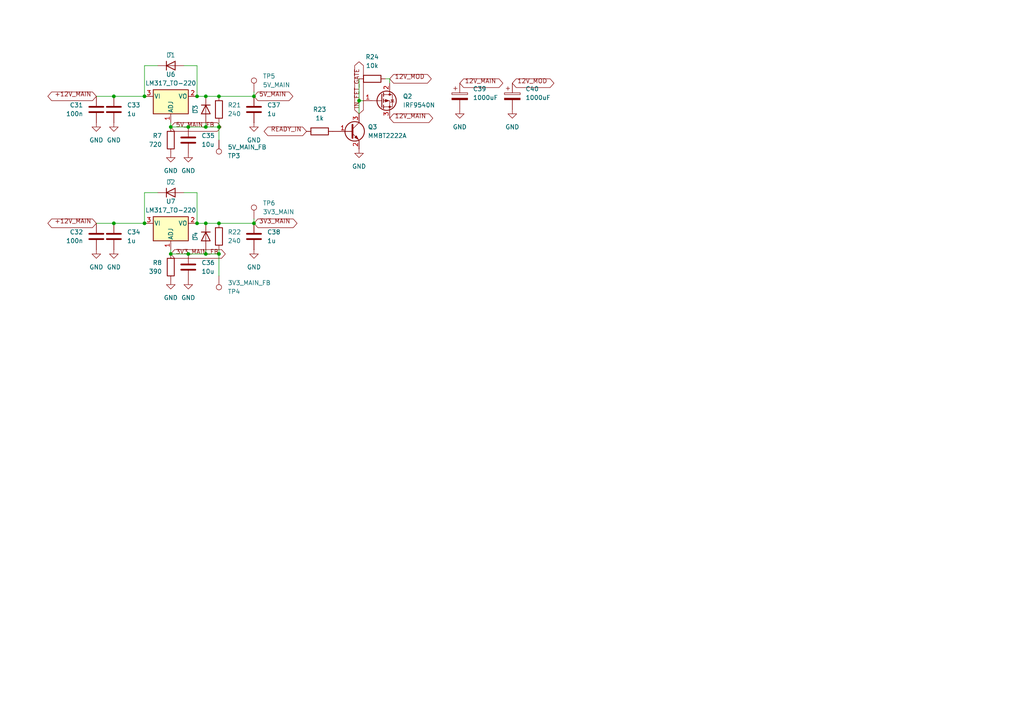
<source format=kicad_sch>
(kicad_sch (version 20231120) (generator "eeschema") (generator_version "8.0")
  (paper "A4")
  (lib_symbols
    (symbol "Connector:TestPoint" (pin_numbers hide) (pin_names (offset 0.762) hide)
      (property "Reference" "TP" (at 0 6.858 0))
      (property "Value" "TestPoint" (at 0 5.08 0))
      (symbol "TestPoint_0_1"
        (circle (center 0 3.302) (radius 0.762))
      )
      (symbol "TestPoint_1_1"
        (pin passive line (at 0 0 90) (length 2.54) (name "1") (number "1"))
      )
    )
    (symbol "Device:C" (pin_numbers hide) (pin_names (offset 0.254))
      (property "Reference" "C" (at 0.635 2.54 0))
      (property "Value" "C" (at 0.635 -2.54 0))
      (symbol "C_0_1"
        (polyline (pts (xy -2.032 -0.762) (xy 2.032 -0.762)) (stroke (width 0.508)))
        (polyline (pts (xy -2.032 0.762) (xy 2.032 0.762)) (stroke (width 0.508)))
      )
      (symbol "C_1_1"
        (pin passive line (at 0 3.81 270) (length 2.794) (name "~") (number "1"))
        (pin passive line (at 0 -3.81 90) (length 2.794) (name "~") (number "2"))
      )
    )
    (symbol "Device:C_Polarized" (pin_numbers hide) (pin_names (offset 0.254))
      (property "Reference" "C" (at 0.635 2.54 0))
      (property "Value" "C_Polarized" (at 0.635 -2.54 0))
      (symbol "C_Polarized_0_1"
        (rectangle (start -2.286 0.508) (end 2.286 1.016))
        (polyline (pts (xy -1.778 2.286) (xy -0.762 2.286)))
        (polyline (pts (xy -1.27 2.794) (xy -1.27 1.778)))
        (rectangle (start 2.286 -0.508) (end -2.286 -1.016) (fill (type outline)))
      )
      (symbol "C_Polarized_1_1"
        (pin passive line (at 0 3.81 270) (length 2.794) (name "~") (number "1"))
        (pin passive line (at 0 -3.81 90) (length 2.794) (name "~") (number "2"))
      )
    )
    (symbol "Device:D" (pin_numbers hide) (pin_names (offset 1.016) hide)
      (property "Reference" "D" (at 0 2.54 0))
      (property "Value" "D" (at 0 -2.54 0))
      (symbol "D_0_1"
        (polyline (pts (xy -1.27 1.27) (xy -1.27 -1.27)) (stroke (width 0.254)))
        (polyline (pts (xy 1.27 0) (xy -1.27 0)))
        (polyline (pts (xy 1.27 1.27) (xy 1.27 -1.27) (xy -1.27 0) (xy 1.27 1.27)) (stroke (width 0.254)))
      )
      (symbol "D_1_1"
        (pin passive line (at -3.81 0 0) (length 2.54) (name "K") (number "1"))
        (pin passive line (at 3.81 0 180) (length 2.54) (name "A") (number "2"))
      )
    )
    (symbol "Device:R" (pin_numbers hide) (pin_names (offset 0))
      (property "Reference" "R" (at 2.032 0 90))
      (property "Value" "R" (at 0 0 90))
      (symbol "R_0_1"
        (rectangle (start -1.016 -2.54) (end 1.016 2.54) (stroke (width 0.254)))
      )
      (symbol "R_1_1"
        (pin passive line (at 0 3.81 270) (length 1.27) (name "~") (number "1"))
        (pin passive line (at 0 -3.81 90) (length 1.27) (name "~") (number "2"))
      )
    )
    (symbol "Regulator_Linear:LM317_TO-220" (pin_names (offset 0.254))
      (property "Reference" "U" (at -3.81 3.175 0))
      (property "Value" "LM317_TO-220" (at 0 3.175 0))
      (symbol "LM317_TO-220_0_1"
        (rectangle (start -5.08 1.905) (end 5.08 -5.08) (stroke (width 0.254)) (fill (type background)))
      )
      (symbol "LM317_TO-220_1_1"
        (pin input line (at 0 -7.62 90) (length 2.54) (name "ADJ") (number "1"))
        (pin power_out line (at 7.62 0 180) (length 2.54) (name "VO") (number "2"))
        (pin power_in line (at -7.62 0 0) (length 2.54) (name "VI") (number "3"))
      )
    )
    (symbol "Transistor_BJT:MMBT2222A" (pin_names (offset 0) hide)
      (property "Reference" "Q" (at 5.08 1.905 0))
      (property "Value" "MMBT2222A" (at 5.08 0 0))
      (symbol "MMBT2222A_0_1"
        (polyline (pts (xy 0.635 0.635) (xy 2.54 2.54)))
        (polyline (pts (xy 0.635 -0.635) (xy 2.54 -2.54) (xy 2.54 -2.54)))
        (polyline (pts (xy 0.635 1.905) (xy 0.635 -1.905) (xy 0.635 -1.905)) (stroke (width 0.508)))
        (polyline (pts (xy 1.27 -1.778) (xy 1.778 -1.27) (xy 2.286 -2.286) (xy 1.27 -1.778) (xy 1.27 -1.778)) (fill (type outline)))
        (circle (center 1.27 0) (radius 2.8194) (stroke (width 0.254)))
      )
      (symbol "MMBT2222A_1_1"
        (pin input line (at -5.08 0 0) (length 5.715) (name "B") (number "1"))
        (pin passive line (at 2.54 -5.08 90) (length 2.54) (name "E") (number "2"))
        (pin passive line (at 2.54 5.08 270) (length 2.54) (name "C") (number "3"))
      )
    )
    (symbol "Transistor_FET:IRF9540N" (pin_names hide)
      (property "Reference" "Q" (at 5.08 1.905 0))
      (property "Value" "IRF9540N" (at 5.08 0 0))
      (symbol "IRF9540N_0_1"
        (polyline (pts (xy 0.254 0) (xy -2.54 0)))
        (polyline (pts (xy 0.254 1.905) (xy 0.254 -1.905)) (stroke (width 0.254)))
        (polyline (pts (xy 0.762 -1.27) (xy 0.762 -2.286)) (stroke (width 0.254)))
        (polyline (pts (xy 0.762 0.508) (xy 0.762 -0.508)) (stroke (width 0.254)))
        (polyline (pts (xy 0.762 2.286) (xy 0.762 1.27)) (stroke (width 0.254)))
        (polyline (pts (xy 2.54 2.54) (xy 2.54 1.778)))
        (polyline (pts (xy 2.54 -2.54) (xy 2.54 0) (xy 0.762 0)))
        (polyline (pts (xy 0.762 1.778) (xy 3.302 1.778) (xy 3.302 -1.778) (xy 0.762 -1.778)))
        (polyline (pts (xy 2.286 0) (xy 1.27 0.381) (xy 1.27 -0.381) (xy 2.286 0)) (fill (type outline)))
        (polyline (pts (xy 2.794 -0.508) (xy 2.921 -0.381) (xy 3.683 -0.381) (xy 3.81 -0.254)))
        (polyline (pts (xy 3.302 -0.381) (xy 2.921 0.254) (xy 3.683 0.254) (xy 3.302 -0.381)))
        (circle (center 1.651 0) (radius 2.794) (stroke (width 0.254)))
        (circle (center 2.54 -1.778) (radius 0.254) (fill (type outline)))
        (circle (center 2.54 1.778) (radius 0.254) (fill (type outline)))
      )
      (symbol "IRF9540N_1_1"
        (pin input line (at -5.08 0 0) (length 2.54) (name "G") (number "1"))
        (pin passive line (at 2.54 5.08 270) (length 2.54) (name "D") (number "2"))
        (pin passive line (at 2.54 -5.08 90) (length 2.54) (name "S") (number "3"))
      )
    )
    (symbol "power:GND" (power) (pin_numbers hide) (pin_names (offset 0) hide)
      (property "Value" "GND" (at 0 -3.81 0))
      (symbol "GND_0_1"
        (polyline (pts (xy 0 0) (xy 0 -1.27) (xy 1.27 -1.27) (xy 0 -2.54) (xy -1.27 -1.27) (xy 0 -1.27)))
      )
      (symbol "GND_1_1"
        (pin power_in line (at 0 0 270) (length 0) (name "~") (number "1"))
      )
    )
  )
  (junction (at 57.15 27.94))
  (junction (at 63.5 64.77))
  (junction (at 54.61 73.66))
  (junction (at 104.14 29.21))
  (junction (at 57.15 64.77))
  (junction (at 63.5 36.83))
  (junction (at 59.69 73.66))
  (junction (at 59.69 36.83))
  (junction (at 41.91 27.94))
  (junction (at 73.66 27.94))
  (junction (at 49.53 73.66))
  (junction (at 63.5 27.94))
  (junction (at 73.66 64.77))
  (junction (at 33.02 27.94))
  (junction (at 59.69 27.94))
  (junction (at 59.69 64.77))
  (junction (at 41.91 64.77))
  (junction (at 33.02 64.77))
  (junction (at 54.61 36.83))
  (junction (at 63.5 73.66))
  (junction (at 49.53 36.83))
  (wire (pts (xy 49.53 35.56) (xy 49.53 36.83)))
  (wire (pts (xy 41.91 55.88) (xy 41.91 64.77)))
  (wire (pts (xy 59.69 27.94) (xy 63.5 27.94)))
  (wire (pts (xy 63.5 27.94) (xy 73.66 27.94)))
  (wire (pts (xy 63.5 40.64) (xy 63.5 36.83)))
  (wire (pts (xy 63.5 80.01) (xy 63.5 73.66)))
  (wire (pts (xy 57.15 27.94) (xy 59.69 27.94)))
  (wire (pts (xy 63.5 72.39) (xy 63.5 73.66)))
  (wire (pts (xy 63.5 35.56) (xy 63.5 36.83)))
  (wire (pts (xy 45.72 19.05) (xy 41.91 19.05)))
  (wire (pts (xy 59.69 73.66) (xy 63.5 73.66)))
  (wire (pts (xy 59.69 35.56) (xy 59.69 36.83)))
  (wire (pts (xy 73.66 63.5) (xy 73.66 64.77)))
  (wire (pts (xy 104.14 22.86) (xy 104.14 29.21)))
  (wire (pts (xy 57.15 55.88) (xy 57.15 64.77)))
  (wire (pts (xy 27.94 64.77) (xy 33.02 64.77)))
  (wire (pts (xy 33.02 27.94) (xy 41.91 27.94)))
  (wire (pts (xy 57.15 64.77) (xy 59.69 64.77)))
  (wire (pts (xy 57.15 19.05) (xy 57.15 27.94)))
  (wire (pts (xy 59.69 36.83) (xy 63.5 36.83)))
  (wire (pts (xy 41.91 19.05) (xy 41.91 27.94)))
  (wire (pts (xy 27.94 27.94) (xy 33.02 27.94)))
  (wire (pts (xy 53.34 19.05) (xy 57.15 19.05)))
  (wire (pts (xy 73.66 64.77) (xy 63.5 64.77)))
  (wire (pts (xy 73.66 26.67) (xy 73.66 27.94)))
  (wire (pts (xy 49.53 72.39) (xy 49.53 73.66)))
  (wire (pts (xy 113.03 22.86) (xy 113.03 24.13)))
  (wire (pts (xy 59.69 64.77) (xy 63.5 64.77)))
  (wire (pts (xy 33.02 64.77) (xy 41.91 64.77)))
  (wire (pts (xy 45.72 55.88) (xy 41.91 55.88)))
  (wire (pts (xy 59.69 36.83) (xy 54.61 36.83)))
  (wire (pts (xy 105.41 29.21) (xy 104.14 29.21)))
  (wire (pts (xy 49.53 73.66) (xy 54.61 73.66)))
  (wire (pts (xy 53.34 55.88) (xy 57.15 55.88)))
  (wire (pts (xy 59.69 72.39) (xy 59.69 73.66)))
  (wire (pts (xy 49.53 36.83) (xy 54.61 36.83)))
  (wire (pts (xy 59.69 73.66) (xy 54.61 73.66)))
  (wire (pts (xy 111.76 22.86) (xy 113.03 22.86)))
  (wire (pts (xy 104.14 29.21) (xy 104.14 33.02)))
  (global_label "READY_IN" (shape bidirectional) (at 88.9 38.1 180) (property "Intersheetrefs" "${INTERSHEET_REFS}" (effects (hide yes))))
  (global_label "+12V_MAIN" (shape bidirectional) (at 27.94 27.94 180) (property "Intersheetrefs" "${INTERSHEET_REFS}" (effects (hide yes))))
  (global_label "5V_MAIN_FB" (shape bidirectional) (at 49.53 36.83 0) (property "Intersheetrefs" "${INTERSHEET_REFS}" (effects (hide yes))))
  (global_label "3V3_MAIN_FB" (shape bidirectional) (at 49.53 73.66 0) (property "Intersheetrefs" "${INTERSHEET_REFS}" (effects (hide yes))))
  (global_label "IN_FET_GATE" (shape bidirectional) (at 104.14 33.02 90) (property "Intersheetrefs" "${INTERSHEET_REFS}" (effects (hide yes))))
  (global_label "12V_MAIN" (shape bidirectional) (at 113.03 34.29 0) (property "Intersheetrefs" "${INTERSHEET_REFS}" (effects (hide yes))))
  (global_label "+12V_MAIN" (shape bidirectional) (at 27.94 64.77 180) (property "Intersheetrefs" "${INTERSHEET_REFS}" (effects (hide yes))))
  (global_label "5V_MAIN" (shape bidirectional) (at 73.66 27.94 0) (property "Intersheetrefs" "${INTERSHEET_REFS}" (effects (hide yes))))
  (global_label "12V_MAIN" (shape bidirectional) (at 133.35 24.13 0) (property "Intersheetrefs" "${INTERSHEET_REFS}" (effects (hide yes))))
  (global_label "12V_MOD" (shape bidirectional) (at 113.03 22.86 0) (property "Intersheetrefs" "${INTERSHEET_REFS}" (effects (hide yes))))
  (global_label "3V3_MAIN" (shape bidirectional) (at 73.66 64.77 0) (property "Intersheetrefs" "${INTERSHEET_REFS}" (effects (hide yes))))
  (global_label "12V_MOD" (shape bidirectional) (at 148.59 24.13 0) (property "Intersheetrefs" "${INTERSHEET_REFS}" (effects (hide yes))))
  (symbol (lib_id "Device:R") (at 63.5 31.75 0) (unit 1)
    (property "Reference" "R21" (at 66.04 30.4799 0) (effects (justify left)))
    (property "Value" "240" (at 66.04 33.0199 0) (effects (justify left)))
    (property "Footprint" "Resistor_SMD:R_0201_0603Metric" (effects (hide yes)))
    (property "Description" "Resistor" (effects (hide yes)))
  )
  (symbol (lib_id "Regulator_Linear:LM317_TO-220") (at 49.53 27.94 0) (unit 1)
    (property "Reference" "U6" (at 49.53 21.59 0))
    (property "Value" "LM317_TO-220" (at 49.53 24.13 0))
    (property "Footprint" "Package_TO_SOT_THT:TO-220-3_Vertical" (effects (hide yes)))
    (property "Datasheet" "http://www.ti.com/lit/ds/symlink/lm317.pdf" (effects (hide yes)))
    (property "Description" "1.5A 35V Adjustable Linear Regulator, TO-220" (effects (hide yes)))
  )
  (symbol (lib_id "Connector:TestPoint") (at 63.5 40.64 0) (mirror x) (unit 1)
    (property "Reference" "TP3" (at 66.04 45.2121 0) (effects (justify left)))
    (property "Value" "5V_MAIN_FB" (at 66.04 42.6721 0) (effects (justify left)))
    (property "Footprint" "TestPoint:TestPoint_Pad_D3.0mm" (effects (hide yes)))
    (property "Description" "test point" (effects (hide yes)))
  )
  (symbol (lib_id "Device:D") (at 59.69 68.58 90) (mirror x) (unit 1)
    (property "Reference" "D4" (at 56.642 68.58 0))
    (property "Value" "~" (at 55.88 68.58 0))
    (property "Footprint" "Diode_SMD:D_SOD-123" (effects (hide yes)))
    (property "Description" "Diode" (effects (hide yes)))
    (property "Sim.Device" "D" (effects (hide yes)))
    (property "Sim.Pins" "1=K 2=A" (effects (hide yes)))
  )
  (symbol (lib_id "Connector:TestPoint") (at 73.66 63.5 0) (unit 1)
    (property "Reference" "TP6" (at 76.2 58.9279 0) (effects (justify left)))
    (property "Value" "3V3_MAIN" (at 76.2 61.4679 0) (effects (justify left)))
    (property "Footprint" "TestPoint:TestPoint_Pad_D3.0mm" (effects (hide yes)))
    (property "Description" "test point" (effects (hide yes)))
  )
  (symbol (lib_id "power:GND") (at 73.66 72.39 0) (unit 1)
    (property "Reference" "#PWR052" (effects (hide yes)))
    (property "Value" "GND" (at 73.66 77.47 0))
    (property "Description" "Power symbol creates a global global_label with name \"GND\" , ground" (effects (hide yes)))
  )
  (symbol (lib_id "Device:R") (at 107.95 22.86 90) (unit 1)
    (property "Reference" "R24" (at 107.95 16.51 90))
    (property "Value" "10k" (at 107.95 19.05 90))
    (property "Description" "Resistor" (effects (hide yes)))
  )
  (symbol (lib_id "power:GND") (at 27.94 72.39 0) (unit 1)
    (property "Reference" "#PWR044" (effects (hide yes)))
    (property "Value" "GND" (at 27.94 77.47 0))
    (property "Description" "Power symbol creates a global global_label with name \"GND\" , ground" (effects (hide yes)))
  )
  (symbol (lib_id "Device:C") (at 73.66 31.75 0) (unit 1)
    (property "Reference" "C37" (at 77.47 30.4799 0) (effects (justify left)))
    (property "Value" "1u" (at 77.47 33.0199 0) (effects (justify left)))
    (property "Footprint" "Capacitor_SMD:C_0603_1608Metric" (effects (hide yes)))
    (property "Description" "Unpolarized capacitor" (effects (hide yes)))
  )
  (symbol (lib_id "power:GND") (at 33.02 35.56 0) (unit 1)
    (property "Reference" "#PWR045" (effects (hide yes)))
    (property "Value" "GND" (at 33.02 40.64 0))
    (property "Description" "Power symbol creates a global global_label with name \"GND\" , ground" (effects (hide yes)))
  )
  (symbol (lib_id "power:GND") (at 49.53 81.28 0) (unit 1)
    (property "Reference" "#PWR048" (effects (hide yes)))
    (property "Value" "GND" (at 49.53 86.36 0))
    (property "Description" "Power symbol creates a global global_label with name \"GND\" , ground" (effects (hide yes)))
  )
  (symbol (lib_id "power:GND") (at 27.94 35.56 0) (unit 1)
    (property "Reference" "#PWR037" (effects (hide yes)))
    (property "Value" "GND" (at 27.94 40.64 0))
    (property "Description" "Power symbol creates a global global_label with name \"GND\" , ground" (effects (hide yes)))
  )
  (symbol (lib_id "Device:C_Polarized") (at 148.59 27.94 0) (unit 1)
    (property "Reference" "C40" (at 152.4 25.7809 0) (effects (justify left)))
    (property "Value" "1000uF" (at 152.4 28.3209 0) (effects (justify left)))
    (property "Footprint" "Capacitor_SMD:CP_Elec_10x10" (effects (hide yes)))
    (property "Description" "Polarized capacitor" (effects (hide yes)))
  )
  (symbol (lib_id "power:GND") (at 49.53 44.45 0) (unit 1)
    (property "Reference" "#PWR047" (effects (hide yes)))
    (property "Value" "GND" (at 49.53 49.53 0))
    (property "Description" "Power symbol creates a global global_label with name \"GND\" , ground" (effects (hide yes)))
  )
  (symbol (lib_id "power:GND") (at 133.35 31.75 0) (unit 1)
    (property "Reference" "#PWR054" (effects (hide yes)))
    (property "Value" "GND" (at 133.35 36.83 0))
    (property "Description" "Power symbol creates a global global_label with name \"GND\" , ground" (effects (hide yes)))
  )
  (symbol (lib_id "Device:C") (at 33.02 31.75 0) (unit 1)
    (property "Reference" "C33" (at 36.83 30.4799 0) (effects (justify left)))
    (property "Value" "1u" (at 36.83 33.0199 0) (effects (justify left)))
    (property "Footprint" "Capacitor_SMD:C_0603_1608Metric" (effects (hide yes)))
    (property "Description" "Unpolarized capacitor" (effects (hide yes)))
  )
  (symbol (lib_id "Device:C") (at 33.02 68.58 0) (unit 1)
    (property "Reference" "C34" (at 36.83 67.3099 0) (effects (justify left)))
    (property "Value" "1u" (at 36.83 69.8499 0) (effects (justify left)))
    (property "Footprint" "Capacitor_SMD:C_0603_1608Metric" (effects (hide yes)))
    (property "Description" "Unpolarized capacitor" (effects (hide yes)))
  )
  (symbol (lib_id "Device:C") (at 27.94 31.75 0) (mirror y) (unit 1)
    (property "Reference" "C31" (at 24.13 30.4799 0) (effects (justify left)))
    (property "Value" "100n" (at 24.13 33.0199 0) (effects (justify left)))
    (property "Footprint" "Capacitor_SMD:C_0603_1608Metric" (effects (hide yes)))
    (property "Description" "Unpolarized capacitor" (effects (hide yes)))
  )
  (symbol (lib_id "Device:R") (at 63.5 68.58 0) (unit 1)
    (property "Reference" "R22" (at 66.04 67.3099 0) (effects (justify left)))
    (property "Value" "240" (at 66.04 69.8499 0) (effects (justify left)))
    (property "Footprint" "Resistor_SMD:R_0201_0603Metric" (effects (hide yes)))
    (property "Description" "Resistor" (effects (hide yes)))
  )
  (symbol (lib_id "Device:R") (at 49.53 77.47 0) (mirror y) (unit 1)
    (property "Reference" "R8" (at 46.99 76.1999 0) (effects (justify left)))
    (property "Value" "390" (at 46.99 78.7399 0) (effects (justify left)))
    (property "Footprint" "Resistor_SMD:R_0201_0603Metric" (effects (hide yes)))
    (property "Description" "Resistor" (effects (hide yes)))
  )
  (symbol (lib_id "Device:R") (at 49.53 40.64 0) (mirror y) (unit 1)
    (property "Reference" "R7" (at 46.99 39.3699 0) (effects (justify left)))
    (property "Value" "720" (at 46.99 41.9099 0) (effects (justify left)))
    (property "Footprint" "Resistor_SMD:R_0201_0603Metric" (effects (hide yes)))
    (property "Description" "Resistor" (effects (hide yes)))
  )
  (symbol (lib_id "power:GND") (at 54.61 44.45 0) (unit 1)
    (property "Reference" "#PWR049" (effects (hide yes)))
    (property "Value" "GND" (at 54.61 49.53 0))
    (property "Description" "Power symbol creates a global global_label with name \"GND\" , ground" (effects (hide yes)))
  )
  (symbol (lib_id "Device:C") (at 73.66 68.58 0) (unit 1)
    (property "Reference" "C38" (at 77.47 67.3099 0) (effects (justify left)))
    (property "Value" "1u" (at 77.47 69.8499 0) (effects (justify left)))
    (property "Footprint" "Capacitor_SMD:C_0603_1608Metric" (effects (hide yes)))
    (property "Description" "Unpolarized capacitor" (effects (hide yes)))
  )
  (symbol (lib_id "power:GND") (at 54.61 81.28 0) (unit 1)
    (property "Reference" "#PWR050" (effects (hide yes)))
    (property "Value" "GND" (at 54.61 86.36 0))
    (property "Description" "Power symbol creates a global global_label with name \"GND\" , ground" (effects (hide yes)))
  )
  (symbol (lib_id "Transistor_BJT:MMBT2222A") (at 101.6 38.1 0) (unit 1)
    (property "Reference" "Q3" (at 106.68 36.8299 0) (effects (justify left)))
    (property "Value" "MMBT2222A" (at 106.68 39.3699 0) (effects (justify left)))
    (property "Footprint" "Package_TO_SOT_SMD:SOT-23" (effects (hide yes)))
    (property "Datasheet" "https://assets.nexperia.com/documents/data-sheet/MMBT2222A.pdf" (effects (hide yes)))
    (property "Description" "600mA Ic, 40V Vce, NPN Transistor, SOT-23" (effects (hide yes)))
  )
  (symbol (lib_id "Device:C") (at 54.61 40.64 0) (unit 1)
    (property "Reference" "C35" (at 58.42 39.3699 0) (effects (justify left)))
    (property "Value" "10u" (at 58.42 41.9099 0) (effects (justify left)))
    (property "Footprint" "Capacitor_SMD:C_0603_1608Metric" (effects (hide yes)))
    (property "Description" "Unpolarized capacitor" (effects (hide yes)))
  )
  (symbol (lib_id "Device:C") (at 27.94 68.58 0) (mirror y) (unit 1)
    (property "Reference" "C32" (at 24.13 67.3099 0) (effects (justify left)))
    (property "Value" "100n" (at 24.13 69.8499 0) (effects (justify left)))
    (property "Footprint" "Capacitor_SMD:C_0603_1608Metric" (effects (hide yes)))
    (property "Description" "Unpolarized capacitor" (effects (hide yes)))
  )
  (symbol (lib_id "Transistor_FET:IRF9540N") (at 110.49 29.21 0) (unit 1)
    (property "Reference" "Q2" (at 116.84 27.9399 0) (effects (justify left)))
    (property "Value" "IRF9540N" (at 116.84 30.4799 0) (effects (justify left)))
    (property "Footprint" "Package_TO_SOT_THT:TO-220-3_Vertical" (effects (hide yes)))
    (property "Datasheet" "http://www.irf.com/product-info/datasheets/data/irf9540n.pdf" (effects (hide yes)))
    (property "Description" "-23A Id, -100V Vds, 117mOhm Rds, P-Channel HEXFET Power MOSFET, TO-220" (effects (hide yes)))
  )
  (symbol (lib_id "Device:D") (at 59.69 31.75 90) (mirror x) (unit 1)
    (property "Reference" "D3" (at 56.642 31.75 0))
    (property "Value" "~" (at 55.88 31.75 0))
    (property "Footprint" "Diode_SMD:D_SOD-123" (effects (hide yes)))
    (property "Description" "Diode" (effects (hide yes)))
    (property "Sim.Device" "D" (effects (hide yes)))
    (property "Sim.Pins" "1=K 2=A" (effects (hide yes)))
  )
  (symbol (lib_id "Device:D") (at 49.53 55.88 0) (unit 1)
    (property "Reference" "D2" (at 49.53 52.832 0))
    (property "Value" "~" (at 49.53 52.07 0))
    (property "Footprint" "Diode_SMD:D_SOD-123" (effects (hide yes)))
    (property "Description" "Diode" (effects (hide yes)))
    (property "Sim.Device" "D" (effects (hide yes)))
    (property "Sim.Pins" "1=K 2=A" (effects (hide yes)))
  )
  (symbol (lib_id "Connector:TestPoint") (at 73.66 26.67 0) (unit 1)
    (property "Reference" "TP5" (at 76.2 22.0979 0) (effects (justify left)))
    (property "Value" "5V_MAIN" (at 76.2 24.6379 0) (effects (justify left)))
    (property "Footprint" "TestPoint:TestPoint_Pad_D3.0mm" (effects (hide yes)))
    (property "Description" "test point" (effects (hide yes)))
  )
  (symbol (lib_id "Device:R") (at 92.71 38.1 90) (unit 1)
    (property "Reference" "R23" (at 92.71 31.75 90))
    (property "Value" "1k" (at 92.71 34.29 90))
    (property "Description" "Resistor" (effects (hide yes)))
  )
  (symbol (lib_id "power:GND") (at 148.59 31.75 0) (unit 1)
    (property "Reference" "#PWR055" (effects (hide yes)))
    (property "Value" "GND" (at 148.59 36.83 0))
    (property "Description" "Power symbol creates a global global_label with name \"GND\" , ground" (effects (hide yes)))
  )
  (symbol (lib_id "Device:C") (at 54.61 77.47 0) (unit 1)
    (property "Reference" "C36" (at 58.42 76.1999 0) (effects (justify left)))
    (property "Value" "10u" (at 58.42 78.7399 0) (effects (justify left)))
    (property "Footprint" "Capacitor_SMD:C_0603_1608Metric" (effects (hide yes)))
    (property "Description" "Unpolarized capacitor" (effects (hide yes)))
  )
  (symbol (lib_id "power:GND") (at 104.14 43.18 0) (unit 1)
    (property "Reference" "#PWR053" (effects (hide yes)))
    (property "Value" "GND" (at 104.14 48.26 0))
    (property "Description" "Power symbol creates a global global_label with name \"GND\" , ground" (effects (hide yes)))
  )
  (symbol (lib_id "Device:C_Polarized") (at 133.35 27.94 0) (unit 1)
    (property "Reference" "C39" (at 137.16 25.7809 0) (effects (justify left)))
    (property "Value" "1000uF" (at 137.16 28.3209 0) (effects (justify left)))
    (property "Footprint" "Capacitor_SMD:CP_Elec_10x10" (effects (hide yes)))
    (property "Description" "Polarized capacitor" (effects (hide yes)))
  )
  (symbol (lib_id "Device:D") (at 49.53 19.05 0) (unit 1)
    (property "Reference" "D1" (at 49.53 16.002 0))
    (property "Value" "~" (at 49.53 15.24 0))
    (property "Footprint" "Diode_SMD:D_SOD-123" (effects (hide yes)))
    (property "Description" "Diode" (effects (hide yes)))
    (property "Sim.Device" "D" (effects (hide yes)))
    (property "Sim.Pins" "1=K 2=A" (effects (hide yes)))
  )
  (symbol (lib_id "power:GND") (at 33.02 72.39 0) (unit 1)
    (property "Reference" "#PWR046" (effects (hide yes)))
    (property "Value" "GND" (at 33.02 77.47 0))
    (property "Description" "Power symbol creates a global global_label with name \"GND\" , ground" (effects (hide yes)))
  )
  (symbol (lib_id "Regulator_Linear:LM317_TO-220") (at 49.53 64.77 0) (unit 1)
    (property "Reference" "U7" (at 49.53 58.42 0))
    (property "Value" "LM317_TO-220" (at 49.53 60.96 0))
    (property "Footprint" "Package_TO_SOT_THT:TO-220-3_Vertical" (effects (hide yes)))
    (property "Datasheet" "http://www.ti.com/lit/ds/symlink/lm317.pdf" (effects (hide yes)))
    (property "Description" "1.5A 35V Adjustable Linear Regulator, TO-220" (effects (hide yes)))
    (property "Sim.Name" "<unknown>" (effects (hide yes)))
    (property "Sim.Device" "SUBCKT" (effects (hide yes)))
    (property "Sim.Pins" "1=in 2=adj 3=out" (effects (hide yes)))
  )
  (symbol (lib_id "power:GND") (at 73.66 35.56 0) (unit 1)
    (property "Reference" "#PWR051" (effects (hide yes)))
    (property "Value" "GND" (at 73.66 40.64 0))
    (property "Description" "Power symbol creates a global global_label with name \"GND\" , ground" (effects (hide yes)))
  )
  (symbol (lib_id "Connector:TestPoint") (at 63.5 80.01 0) (mirror x) (unit 1)
    (property "Reference" "TP4" (at 66.04 84.5821 0) (effects (justify left)))
    (property "Value" "3V3_MAIN_FB" (at 66.04 82.0421 0) (effects (justify left)))
    (property "Footprint" "TestPoint:TestPoint_Pad_D3.0mm" (effects (hide yes)))
    (property "Description" "test point" (effects (hide yes)))
  )
)
</source>
